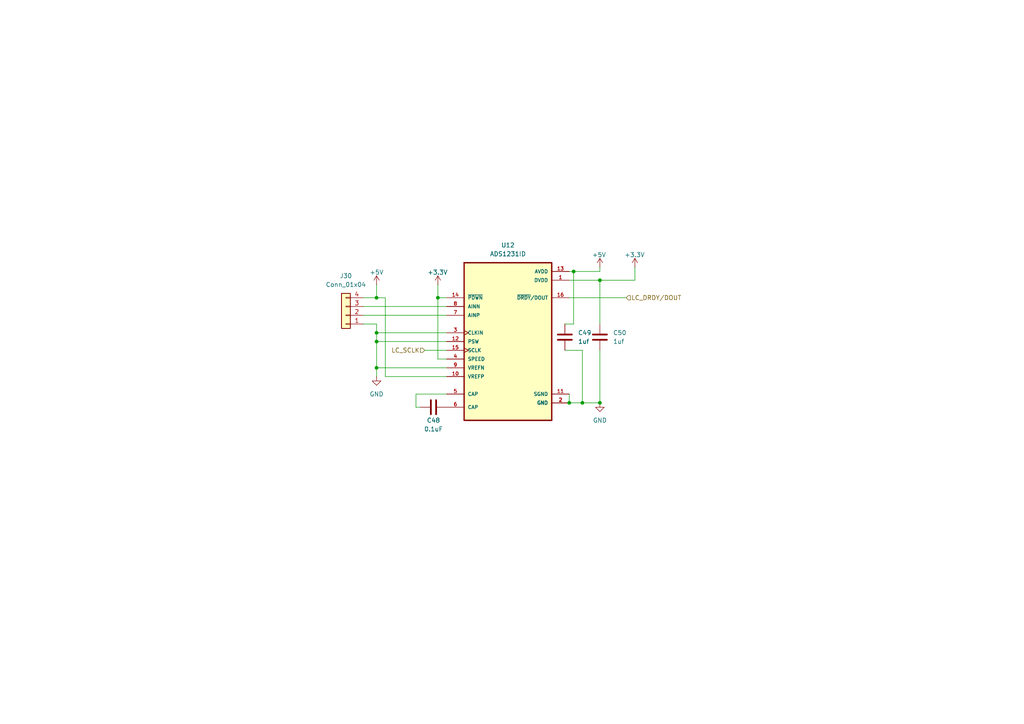
<source format=kicad_sch>
(kicad_sch (version 20250114) (generator "eeschema") (generator_version "9.0")
  (paper "A4")
  (lib_symbols
    (symbol "ADS1231ID:ADS1231ID" (pin_names (offset 1.016))
      (property "Reference" "U13" (at 0 27.94 0))
      (property "Value" "ADS1231ID" (at 0 25.4 0))
      (symbol "ADS1231ID_0_0"
        (rectangle (start -12.7 22.86) (end 12.7 -22.86) (stroke (width 0.41)) (fill (type background)))
        (pin input line (at -17.78 12.7 0) (length 5.08) (name "~{PDWN}") (number "14"))
        (pin input line (at -17.78 10.16 0) (length 5.08) (name "AINN") (number "8"))
        (pin input line (at -17.78 7.62 0) (length 5.08) (name "AINP") (number "7"))
        (pin input clock (at -17.78 2.54 0) (length 5.08) (name "CLKIN") (number "3"))
        (pin input line (at -17.78 0 0) (length 5.08) (name "PSW") (number "12"))
        (pin input clock (at -17.78 -2.54 0) (length 5.08) (name "SCLK") (number "15"))
        (pin input line (at -17.78 -5.08 0) (length 5.08) (name "SPEED") (number "4"))
        (pin input line (at -17.78 -7.62 0) (length 5.08) (name "VREFN") (number "9"))
        (pin input line (at -17.78 -10.16 0) (length 5.08) (name "VREFP") (number "10"))
        (pin power_in line (at 17.78 20.32 180) (length 5.08) (name "AVDD") (number "13"))
        (pin power_in line (at 17.78 17.78 180) (length 5.08) (name "DVDD") (number "1"))
        (pin output line (at 17.78 12.7 180) (length 5.08) (name "~{DRDY}/DOUT") (number "16"))
        (pin power_in line (at 17.78 -17.78 180) (length 5.08) (name "GND") (number "2"))
      )
      (symbol "ADS1231ID_1_0"
        (pin input line (at -17.78 -15.24 0) (length 5.08) (name "CAP") (number "5"))
        (pin input line (at -17.78 -19.05 0) (length 5.08) (name "CAP") (number "6"))
        (pin power_in line (at 17.78 -15.24 180) (length 5.08) (name "SGND") (number "11"))
        (pin power_in line (at 17.78 -17.78 180) (length 5.08) (name "GND") (number "2"))
      )
    )
    (symbol "Connector_Generic:Conn_01x04" (pin_names (offset 1.016) (hide yes))
      (property "Reference" "J" (at 0 5.08 0))
      (property "Value" "Conn_01x04" (at 0 -7.62 0))
      (symbol "Conn_01x04_1_1"
        (rectangle (start -1.27 3.81) (end 1.27 -6.35) (stroke (width 0.254)) (fill (type background)))
        (rectangle (start -1.27 2.667) (end 0 2.413) (stroke (width 0.1524)))
        (rectangle (start -1.27 0.127) (end 0 -0.127) (stroke (width 0.1524)))
        (rectangle (start -1.27 -2.413) (end 0 -2.667) (stroke (width 0.1524)))
        (rectangle (start -1.27 -4.953) (end 0 -5.207) (stroke (width 0.1524)))
        (pin passive line (at -5.08 2.54 0) (length 3.81) (name "Pin_1") (number "1"))
        (pin passive line (at -5.08 0 0) (length 3.81) (name "Pin_2") (number "2"))
        (pin passive line (at -5.08 -2.54 0) (length 3.81) (name "Pin_3") (number "3"))
        (pin passive line (at -5.08 -5.08 0) (length 3.81) (name "Pin_4") (number "4"))
      )
    )
    (symbol "Device:C" (pin_numbers (hide yes)) (pin_names (offset 0.254))
      (property "Reference" "C" (at 0.635 2.54 0))
      (property "Value" "C" (at 0.635 -2.54 0))
      (symbol "C_0_1"
        (polyline (pts (xy -2.032 0.762) (xy 2.032 0.762)) (stroke (width 0.508)))
        (polyline (pts (xy -2.032 -0.762) (xy 2.032 -0.762)) (stroke (width 0.508)))
      )
      (symbol "C_1_1"
        (pin passive line (at 0 3.81 270) (length 2.794) (name "~") (number "1"))
        (pin passive line (at 0 -3.81 90) (length 2.794) (name "~") (number "2"))
      )
    )
    (symbol "power:+3.3V" (power) (pin_numbers (hide yes)) (pin_names (offset 0) (hide yes))
      (property "Value" "+3.3V" (at 0 3.556 0))
      (symbol "+3.3V_0_1"
        (polyline (pts (xy -0.762 1.27) (xy 0 2.54)))
        (polyline (pts (xy 0 2.54) (xy 0.762 1.27)))
        (polyline (pts (xy 0 0) (xy 0 2.54)))
      )
      (symbol "+3.3V_1_1"
        (pin power_in line (at 0 0 90) (length 0) (name "~") (number "1"))
      )
    )
    (symbol "power:+5V" (power) (pin_numbers (hide yes)) (pin_names (offset 0) (hide yes))
      (property "Value" "+5V" (at 0 3.556 0))
      (symbol "+5V_0_1"
        (polyline (pts (xy -0.762 1.27) (xy 0 2.54)))
        (polyline (pts (xy 0 2.54) (xy 0.762 1.27)))
        (polyline (pts (xy 0 0) (xy 0 2.54)))
      )
      (symbol "+5V_1_1"
        (pin power_in line (at 0 0 90) (length 0) (name "~") (number "1"))
      )
    )
    (symbol "power:GND" (power) (pin_numbers (hide yes)) (pin_names (offset 0) (hide yes))
      (property "Value" "GND" (at 0 -3.81 0))
      (symbol "GND_0_1"
        (polyline (pts (xy 0 0) (xy 0 -1.27) (xy 1.27 -1.27) (xy 0 -2.54) (xy -1.27 -1.27) (xy 0 -1.27)))
      )
      (symbol "GND_1_1"
        (pin power_in line (at 0 0 270) (length 0) (name "~") (number "1"))
      )
    )
  )
  (junction (at 165.1 116.84))
  (junction (at 109.22 96.52))
  (junction (at 168.91 116.84))
  (junction (at 166.37 78.74))
  (junction (at 109.22 106.68))
  (junction (at 173.99 116.84))
  (junction (at 109.22 99.06))
  (junction (at 127 86.36))
  (junction (at 173.99 81.28))
  (junction (at 109.22 86.36))
  (wire (pts (xy 109.22 82.55) (xy 109.22 86.36)))
  (wire (pts (xy 165.1 86.36) (xy 181.61 86.36)))
  (wire (pts (xy 109.22 109.22) (xy 109.22 106.68)))
  (wire (pts (xy 105.41 93.98) (xy 109.22 93.98)))
  (wire (pts (xy 168.91 116.84) (xy 165.1 116.84)))
  (wire (pts (xy 105.41 88.9) (xy 129.54 88.9)))
  (wire (pts (xy 127 86.36) (xy 127 104.14)))
  (wire (pts (xy 105.41 91.44) (xy 129.54 91.44)))
  (wire (pts (xy 173.99 77.47) (xy 173.99 78.74)))
  (wire (pts (xy 109.22 93.98) (xy 109.22 96.52)))
  (wire (pts (xy 105.41 86.36) (xy 109.22 86.36)))
  (wire (pts (xy 184.15 77.47) (xy 184.15 81.28)))
  (wire (pts (xy 165.1 114.3) (xy 165.1 116.84)))
  (wire (pts (xy 127 86.36) (xy 129.54 86.36)))
  (wire (pts (xy 173.99 116.84) (xy 168.91 116.84)))
  (wire (pts (xy 173.99 81.28) (xy 173.99 93.98)))
  (wire (pts (xy 111.76 109.22) (xy 129.54 109.22)))
  (wire (pts (xy 173.99 78.74) (xy 166.37 78.74)))
  (wire (pts (xy 109.22 86.36) (xy 111.76 86.36)))
  (wire (pts (xy 120.65 118.11) (xy 120.65 114.3)))
  (wire (pts (xy 111.76 86.36) (xy 111.76 109.22)))
  (wire (pts (xy 173.99 101.6) (xy 173.99 116.84)))
  (wire (pts (xy 127 104.14) (xy 129.54 104.14)))
  (wire (pts (xy 109.22 96.52) (xy 109.22 99.06)))
  (wire (pts (xy 168.91 101.6) (xy 168.91 116.84)))
  (wire (pts (xy 121.92 118.11) (xy 120.65 118.11)))
  (wire (pts (xy 109.22 106.68) (xy 129.54 106.68)))
  (wire (pts (xy 184.15 81.28) (xy 173.99 81.28)))
  (wire (pts (xy 120.65 114.3) (xy 129.54 114.3)))
  (wire (pts (xy 127 82.55) (xy 127 86.36)))
  (wire (pts (xy 166.37 78.74) (xy 165.1 78.74)))
  (wire (pts (xy 109.22 96.52) (xy 129.54 96.52)))
  (wire (pts (xy 173.99 81.28) (xy 165.1 81.28)))
  (wire (pts (xy 123.19 101.6) (xy 129.54 101.6)))
  (wire (pts (xy 166.37 78.74) (xy 166.37 93.98)))
  (wire (pts (xy 109.22 99.06) (xy 109.22 106.68)))
  (wire (pts (xy 166.37 93.98) (xy 163.83 93.98)))
  (wire (pts (xy 109.22 99.06) (xy 129.54 99.06)))
  (wire (pts (xy 163.83 101.6) (xy 168.91 101.6)))
  (hierarchical_label "LC_SCLK" (shape input) (at 123.19 101.6 180))
  (hierarchical_label "LC_DRDY{slash}DOUT" (shape input) (at 181.61 86.36 0))
  (symbol (lib_id "ADS1231ID:ADS1231ID") (at 147.32 99.06 0) (unit 1)
    (property "Reference" "U12" (at 147.32 71.12 0))
    (property "Value" "ADS1231ID" (at 147.32 73.66 0))
    (property "Footprint" "ADS1231ID:SOIC127P600X175-16N" (effects (hide yes)))
    (property "MF" "Texas Instruments" (effects (hide yes)))
    (property "Description_1" "24-Bit, 80SPS, 1-Ch Delta-Sigma ADC for Resistive Bridge Sensors & Weigh Scales" (effects (hide yes)))
    (property "Package" "SOIC-16 Texas Instruments" (effects (hide yes)))
    (property "Price" "None" (effects (hide yes)))
    (property "SnapEDA_Link" "https://www.snapeda.com/parts/ADS1231ID/Texas+Instruments/view-part/?ref=snap" (effects (hide yes)))
    (property "MP" "ADS1231ID" (effects (hide yes)))
    (property "Availability" "In Stock" (effects (hide yes)))
    (property "Check_prices" "https://www.snapeda.com/parts/ADS1231ID/Texas+Instruments/view-part/?ref=eda" (effects (hide yes)))
    (property "JLC#" "C486034 " (effects (hide yes)))
  )
  (symbol (lib_id "power:+5V") (at 109.22 82.55 0) (unit 1)
    (property "Reference" "#PWR0104" (effects (hide yes)))
    (property "Value" "+5V" (at 109.22 78.994 0))
    (property "Description" "Power symbol creates a global label with name \"+5V\"" (effects (hide yes)))
  )
  (symbol (lib_id "power:+3.3V") (at 184.15 77.47 0) (unit 1)
    (property "Reference" "#PWR0107" (effects (hide yes)))
    (property "Value" "+3.3V" (at 181.102 73.914 0) (effects (justify left)))
    (property "Description" "Power symbol creates a global label with name \"+3.3V\"" (effects (hide yes)))
  )
  (symbol (lib_id "Device:C") (at 125.73 118.11 270) (unit 1)
    (property "Reference" "C48" (at 125.73 121.92 90))
    (property "Value" "0.1uF" (at 125.73 124.46 90))
    (property "Footprint" "Capacitor_SMD:C_0402_1005Metric" (effects (hide yes)))
    (property "Description" "Unpolarized capacitor" (effects (hide yes)))
  )
  (symbol (lib_id "Device:C") (at 163.83 97.79 0) (unit 1)
    (property "Reference" "C49" (at 167.64 96.5199 0) (effects (justify left)))
    (property "Value" "1uf" (at 167.64 99.0599 0) (effects (justify left)))
    (property "Footprint" "Capacitor_SMD:C_0402_1005Metric" (effects (hide yes)))
    (property "Description" "Unpolarized capacitor" (effects (hide yes)))
  )
  (symbol (lib_id "power:GND") (at 109.22 109.22 0) (unit 1)
    (property "Reference" "#PWR0105" (effects (hide yes)))
    (property "Value" "GND" (at 109.22 114.3 0))
    (property "Description" "Power symbol creates a global label with name \"GND\" , ground" (effects (hide yes)))
  )
  (symbol (lib_id "power:GND") (at 173.99 116.84 0) (unit 1)
    (property "Reference" "#PWR0108" (effects (hide yes)))
    (property "Value" "GND" (at 173.99 121.92 0))
    (property "Description" "Power symbol creates a global label with name \"GND\" , ground" (effects (hide yes)))
  )
  (symbol (lib_id "Device:C") (at 173.99 97.79 180) (unit 1)
    (property "Reference" "C50" (at 177.8 96.5199 0) (effects (justify right)))
    (property "Value" "1uf" (at 177.8 99.0599 0) (effects (justify right)))
    (property "Footprint" "Capacitor_SMD:C_0402_1005Metric" (effects (hide yes)))
    (property "Description" "Unpolarized capacitor" (effects (hide yes)))
  )
  (symbol (lib_id "power:+5V") (at 173.99 77.47 0) (unit 1)
    (property "Reference" "#PWR0106" (effects (hide yes)))
    (property "Value" "+5V" (at 171.704 73.914 0) (effects (justify left)))
    (property "Description" "Power symbol creates a global label with name \"+5V\"" (effects (hide yes)))
  )
  (symbol (lib_id "power:+3.3V") (at 127 82.55 0) (unit 1)
    (property "Reference" "#PWR0118" (effects (hide yes)))
    (property "Value" "+3.3V" (at 123.952 78.994 0) (effects (justify left)))
    (property "Description" "Power symbol creates a global label with name \"+3.3V\"" (effects (hide yes)))
  )
  (symbol (lib_id "Connector_Generic:Conn_01x04") (at 100.33 91.44 180) (unit 1)
    (property "Reference" "J30" (at 100.33 80.01 0))
    (property "Value" "Conn_01x04" (at 100.33 82.55 0))
    (property "Footprint" "SM04B-GHS:JST_SM04B-GHS-TB_LF__SN_-" (effects (hide yes)))
    (property "Description" "Generic connector, single row, 01x04, script generated (kicad-library-utils/schlib/autogen/connector/)" (effects (hide yes)))
    (property "JLC#" "C189895" (effects (hide yes)))
  )
)
</source>
